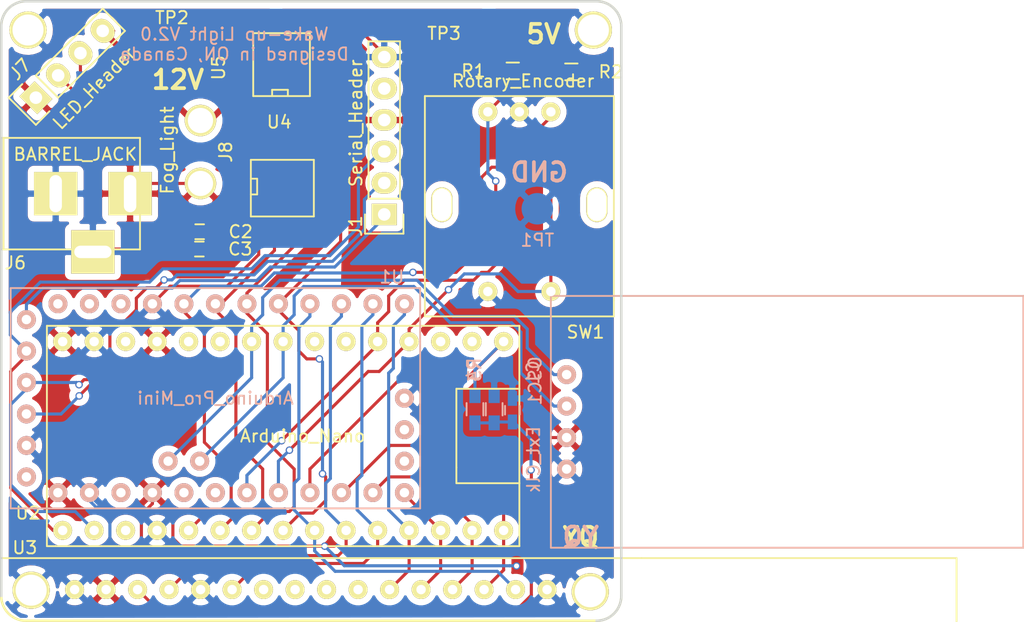
<source format=kicad_pcb>
(kicad_pcb (version 4) (host pcbnew 4.0.2-stable)
  (layers (0 F.Cu signal hide) (31 B.Cu signal) (34 B.Paste user hide) (35 F.Paste user hide) (36 B.SilkS user) (37 F.SilkS user) (38 B.Mask user hide) (39 F.Mask user hide) (44 Edge.Cuts user hide))
  (net 0 "")
  (net 1 "Net-(C1-Pad1)")
  (net 2 GND)
  (net 3 +12V)
  (net 4 "Net-(J1-Pad1)")
  (net 5 /RX)
  (net 6 /TX)
  (net 7 +5V)
  (net 8 "Net-(J1-Pad5)")
  (net 9 /SCL)
  (net 10 /SDA)
  (net 11 /A1)
  (net 12 /A0)
  (net 13 /D13)
  (net 14 /D2)
  (net 15 "Net-(U1-Pad2)")
  (net 16 "Net-(U1-Pad3)")
  (net 17 /D10)
  (net 18 /D11)
  (net 19 /D12)
  (net 20 "Net-(U1-Pad10)")
  (net 21 "Net-(U1-Pad11)")
  (net 22 "Net-(U1-Pad13)")
  (net 23 "Net-(U1-Pad24)")
  (net 24 /D3)
  (net 25 /D4)
  (net 26 /D5)
  (net 27 /D6)
  (net 28 /D7)
  (net 29 /D8)
  (net 30 /D9)
  (net 31 "Net-(U2-Pad3)")
  (net 32 "Net-(U2-Pad17)")
  (net 33 "Net-(U2-Pad18)")
  (net 34 "Net-(U2-Pad21)")
  (net 35 "Net-(U2-Pad22)")
  (net 36 "Net-(U2-Pad25)")
  (net 37 "Net-(U2-Pad26)")
  (net 38 "Net-(U2-Pad28)")
  (net 39 "Net-(U3-Pad7)")
  (net 40 "Net-(U3-Pad8)")
  (net 41 "Net-(U3-Pad9)")
  (net 42 "Net-(U3-Pad10)")
  (net 43 "Net-(J7-Pad2)")
  (net 44 "Net-(J7-Pad3)")
  (net 45 "Net-(U1-Pad22)")
  (net 46 "Net-(U1-Pad23)")
  (net 47 /FogLightReturn)
  (module "wakeuplight rev1:LCD_16x2" (layer F.Cu) (at 62.8142 133.5532)
    (fp_text reference U3 (at -4.0132 -36.3982) (layer F.SilkS))
    (fp_text value LCD16x2)
    (pad 1 thru_hole circle (at 0 -33.02) (size 1.524 1.524) (drill 0.762) (layers *.Cu *.Mask F.SilkS) (net 2 GND))
    (pad 2 thru_hole circle (at 2.54 -33.02) (size 1.524 1.524) (drill 0.762) (layers *.Cu *.Mask F.SilkS) (net 7 +5V))
    (pad 3 thru_hole circle (at 5.08 -33.02) (size 1.524 1.524) (drill 0.762) (layers *.Cu *.Mask F.SilkS) (net 1 "Net-(C1-Pad1)"))
    (pad 4 thru_hole circle (at 7.62 -33.02) (size 1.524 1.524) (drill 0.762) (layers *.Cu *.Mask F.SilkS) (net 28 /D7))
    (pad 5 thru_hole circle (at 10.16 -33.02) (size 1.524 1.524) (drill 0.762) (layers *.Cu *.Mask F.SilkS) (net 2 GND))
    (pad 6 thru_hole circle (at 12.7 -33.02) (size 1.524 1.524) (drill 0.762) (layers *.Cu *.Mask F.SilkS) (net 29 /D8))
    (pad 7 thru_hole circle (at 15.24 -33.02) (size 1.524 1.524) (drill 0.762) (layers *.Cu *.Mask F.SilkS) (net 39 "Net-(U3-Pad7)"))
    (pad 8 thru_hole circle (at 17.78 -33.02) (size 1.524 1.524) (drill 0.762) (layers *.Cu *.Mask F.SilkS) (net 40 "Net-(U3-Pad8)"))
    (pad 9 thru_hole circle (at 20.32 -33.02) (size 1.524 1.524) (drill 0.762) (layers *.Cu *.Mask F.SilkS) (net 41 "Net-(U3-Pad9)"))
    (pad 10 thru_hole circle (at 22.86 -33.02) (size 1.524 1.524) (drill 0.762) (layers *.Cu *.Mask F.SilkS) (net 42 "Net-(U3-Pad10)"))
    (pad 11 thru_hole circle (at 25.4 -33.02) (size 1.524 1.524) (drill 0.762) (layers *.Cu *.Mask F.SilkS) (net 30 /D9))
    (pad 12 thru_hole circle (at 27.94 -33.02) (size 1.524 1.524) (drill 0.762) (layers *.Cu *.Mask F.SilkS) (net 17 /D10))
    (pad 13 thru_hole circle (at 30.48 -33.02) (size 1.524 1.524) (drill 0.762) (layers *.Cu *.Mask F.SilkS) (net 18 /D11))
    (pad 14 thru_hole circle (at 33.02 -33.02) (size 1.524 1.524) (drill 0.762) (layers *.Cu *.Mask F.SilkS) (net 19 /D12))
    (pad 15 thru_hole circle (at 35.56 -33.02) (size 1.524 1.524) (drill 0.762) (layers *.Cu *.Mask F.SilkS) (net 27 /D6))
    (pad 16 thru_hole circle (at 38.1 -33.02) (size 1.524 1.524) (drill 0.762) (layers *.Cu *.Mask F.SilkS) (net 2 GND))
  )
  (module "wakeuplight rev1:Push_Button" (layer F.Cu) (at 98.679 61.976 180)
    (fp_text reference SW1 (at -5.334 -17.78 180) (layer F.SilkS))
    (fp_text value Rotary_Encoder (at -0.3048 2.4892 180) (layer F.SilkS))
    (pad 1 thru_hole circle (at -2.54 0 180) (size 1.524 1.524) (drill 0.762) (layers *.Cu *.Mask F.SilkS) (net 14 /D2))
    (pad 2 thru_hole circle (at 0 0 180) (size 1.524 1.524) (drill 0.762) (layers *.Cu *.Mask F.SilkS) (net 2 GND))
    (pad 3 thru_hole circle (at 2.54 0 180) (size 1.524 1.524) (drill 0.762) (layers *.Cu *.Mask F.SilkS) (net 11 /A1))
    (pad 4 thru_hole circle (at 2.54 -14.5 180) (size 1.524 1.524) (drill 0.762) (layers *.Cu *.Mask F.SilkS) (net 2 GND))
    (pad 5 thru_hole circle (at -2.54 -14.5 180) (size 1.524 1.524) (drill 0.762) (layers *.Cu *.Mask F.SilkS) (net 12 /A0))
    (pad 6 thru_hole oval (at 6.25 -7.5 180) (size 1.7 2.8) (drill oval 1.5 2.6) (layers *.Cu *.Mask F.SilkS))
    (pad 7 thru_hole oval (at -6.25 -7.5 180) (size 1.7 2.8) (drill oval 1.5 2.6) (layers *.Cu *.Mask F.SilkS))
  )
  (module Pin_Headers:Pin_Header_Straight_1x04 (layer F.Cu) (at 59.69 60.833 135)
    (fp_text reference J7 (at 2.514472 0.71842 225) (layer F.SilkS))
    (fp_text value LED_Header (at -2.783879 3.86151 225) (layer F.SilkS))
    (pad 1 thru_hole rect (at 0 0 135) (size 2.032 1.7272) (drill 1.016) (layers *.Cu *.Mask F.SilkS) (net 3 +12V))
    (pad 2 thru_hole oval (at 0 2.54 135) (size 2.032 1.7272) (drill 1.016) (layers *.Cu *.Mask F.SilkS) (net 43 "Net-(J7-Pad2)"))
    (pad 3 thru_hole oval (at 0 5.08 135) (size 2.032 1.7272) (drill 1.016) (layers *.Cu *.Mask F.SilkS) (net 44 "Net-(J7-Pad3)"))
    (pad 4 thru_hole oval (at 0 7.62 135) (size 2.032 1.7272) (drill 1.016) (layers *.Cu *.Mask F.SilkS) (net 47 /FogLightReturn))
  )
  (module "wakeuplight rev1:Arduino_Nano" (layer F.Cu) (at 80.899 86.868)
    (fp_text reference U2 (at -21.844 7.493) (layer F.SilkS))
    (fp_text value Arduino_Nano (at 0.3048 1.27) (layer F.SilkS))
    (pad 1 thru_hole circle (at -19.05 8.89) (size 1.524 1.524) (drill 0.762) (layers *.Cu *.Mask F.SilkS) (net 6 /TX))
    (pad 2 thru_hole circle (at -16.51 8.89) (size 1.524 1.524) (drill 0.762) (layers *.Cu *.Mask F.SilkS) (net 5 /RX))
    (pad 3 thru_hole circle (at -13.97 8.89) (size 1.524 1.524) (drill 0.762) (layers *.Cu *.Mask F.SilkS) (net 31 "Net-(U2-Pad3)"))
    (pad 4 thru_hole circle (at -11.43 8.89) (size 1.524 1.524) (drill 0.762) (layers *.Cu *.Mask F.SilkS) (net 2 GND))
    (pad 5 thru_hole circle (at -8.89 8.89) (size 1.524 1.524) (drill 0.762) (layers *.Cu *.Mask F.SilkS) (net 14 /D2))
    (pad 6 thru_hole circle (at -6.35 8.89) (size 1.524 1.524) (drill 0.762) (layers *.Cu *.Mask F.SilkS) (net 24 /D3))
    (pad 7 thru_hole circle (at -3.81 8.89) (size 1.524 1.524) (drill 0.762) (layers *.Cu *.Mask F.SilkS) (net 25 /D4))
    (pad 8 thru_hole circle (at -1.27 8.89) (size 1.524 1.524) (drill 0.762) (layers *.Cu *.Mask F.SilkS) (net 26 /D5))
    (pad 9 thru_hole circle (at 1.27 8.89) (size 1.524 1.524) (drill 0.762) (layers *.Cu *.Mask F.SilkS) (net 27 /D6))
    (pad 10 thru_hole circle (at 3.81 8.89) (size 1.524 1.524) (drill 0.762) (layers *.Cu *.Mask F.SilkS) (net 28 /D7))
    (pad 11 thru_hole circle (at 6.35 8.89) (size 1.524 1.524) (drill 0.762) (layers *.Cu *.Mask F.SilkS) (net 29 /D8))
    (pad 12 thru_hole circle (at 8.89 8.89) (size 1.524 1.524) (drill 0.762) (layers *.Cu *.Mask F.SilkS) (net 30 /D9))
    (pad 13 thru_hole circle (at 11.43 8.89) (size 1.524 1.524) (drill 0.762) (layers *.Cu *.Mask F.SilkS) (net 17 /D10))
    (pad 14 thru_hole circle (at 13.97 8.89) (size 1.524 1.524) (drill 0.762) (layers *.Cu *.Mask F.SilkS) (net 18 /D11))
    (pad 15 thru_hole circle (at 16.51 8.89) (size 1.524 1.524) (drill 0.762) (layers *.Cu *.Mask F.SilkS) (net 19 /D12))
    (pad 16 thru_hole circle (at 16.51 -6.35) (size 1.524 1.524) (drill 0.762) (layers *.Cu *.Mask F.SilkS) (net 13 /D13))
    (pad 17 thru_hole circle (at 13.97 -6.35) (size 1.524 1.524) (drill 0.762) (layers *.Cu *.Mask F.SilkS) (net 32 "Net-(U2-Pad17)"))
    (pad 18 thru_hole circle (at 11.43 -6.35) (size 1.524 1.524) (drill 0.762) (layers *.Cu *.Mask F.SilkS) (net 33 "Net-(U2-Pad18)"))
    (pad 19 thru_hole circle (at 8.89 -6.35) (size 1.524 1.524) (drill 0.762) (layers *.Cu *.Mask F.SilkS) (net 12 /A0))
    (pad 20 thru_hole circle (at 6.35 -6.35) (size 1.524 1.524) (drill 0.762) (layers *.Cu *.Mask F.SilkS) (net 11 /A1))
    (pad 21 thru_hole circle (at 3.81 -6.35) (size 1.524 1.524) (drill 0.762) (layers *.Cu *.Mask F.SilkS) (net 34 "Net-(U2-Pad21)"))
    (pad 22 thru_hole circle (at 1.27 -6.35) (size 1.524 1.524) (drill 0.762) (layers *.Cu *.Mask F.SilkS) (net 35 "Net-(U2-Pad22)"))
    (pad 23 thru_hole circle (at -1.27 -6.35) (size 1.524 1.524) (drill 0.762) (layers *.Cu *.Mask F.SilkS) (net 10 /SDA))
    (pad 24 thru_hole circle (at -3.81 -6.35) (size 1.524 1.524) (drill 0.762) (layers *.Cu *.Mask F.SilkS) (net 9 /SCL))
    (pad 25 thru_hole circle (at -6.35 -6.35) (size 1.524 1.524) (drill 0.762) (layers *.Cu *.Mask F.SilkS) (net 36 "Net-(U2-Pad25)"))
    (pad 26 thru_hole circle (at -8.89 -6.35) (size 1.524 1.524) (drill 0.762) (layers *.Cu *.Mask F.SilkS) (net 37 "Net-(U2-Pad26)"))
    (pad 27 thru_hole circle (at -11.43 -6.35) (size 1.524 1.524) (drill 0.762) (layers *.Cu *.Mask F.SilkS) (net 7 +5V))
    (pad 28 thru_hole circle (at -13.97 -6.35) (size 1.524 1.524) (drill 0.762) (layers *.Cu *.Mask F.SilkS) (net 38 "Net-(U2-Pad28)"))
    (pad 29 thru_hole circle (at -16.51 -6.35) (size 1.524 1.524) (drill 0.762) (layers *.Cu *.Mask F.SilkS) (net 2 GND))
    (pad 30 thru_hole circle (at -19.05 -6.35) (size 1.524 1.524) (drill 0.762) (layers *.Cu *.Mask F.SilkS) (net 3 +12V))
  )
  (module Pin_Headers:Pin_Header_Straight_1x06 (layer F.Cu) (at 87.7824 70.2564 180)
    (fp_text reference J1 (at 2.3114 -0.9398 270) (layer F.SilkS))
    (fp_text value Serial_Header (at 2.286 7.366 270) (layer F.SilkS))
    (pad 1 thru_hole rect (at 0 0 180) (size 2.032 1.7272) (drill 1.016) (layers *.Cu *.Mask F.SilkS) (net 4 "Net-(J1-Pad1)"))
    (pad 2 thru_hole oval (at 0 2.54 180) (size 2.032 1.7272) (drill 1.016) (layers *.Cu *.Mask F.SilkS) (net 5 /RX))
    (pad 3 thru_hole oval (at 0 5.08 180) (size 2.032 1.7272) (drill 1.016) (layers *.Cu *.Mask F.SilkS) (net 6 /TX))
    (pad 4 thru_hole oval (at 0 7.62 180) (size 2.032 1.7272) (drill 1.016) (layers *.Cu *.Mask F.SilkS) (net 7 +5V))
    (pad 5 thru_hole oval (at 0 10.16 180) (size 2.032 1.7272) (drill 1.016) (layers *.Cu *.Mask F.SilkS) (net 8 "Net-(J1-Pad5)"))
    (pad 6 thru_hole oval (at 0 12.7 180) (size 2.032 1.7272) (drill 1.016) (layers *.Cu *.Mask F.SilkS) (net 2 GND))
  )
  (module "wakeuplight rev1:External_Clock" (layer B.Cu) (at 102.489 83.185)
    (fp_text reference OSC1 (at -2.54 0.508 90) (layer B.SilkS) (effects (justify mirror)))
    (fp_text value Ext_Clk (at -2.667 6.858 90) (layer B.SilkS) (effects (justify mirror)))
    (pad 1 thru_hole circle (at 0 0) (size 1.524 1.524) (drill 0.762) (layers *.Cu *.Mask B.SilkS) (net 9 /SCL))
    (pad 2 thru_hole circle (at 0 2.54) (size 1.524 1.524) (drill 0.762) (layers *.Cu *.Mask B.SilkS) (net 10 /SDA))
    (pad 3 thru_hole circle (at 0 5.08) (size 1.524 1.524) (drill 0.762) (layers *.Cu *.Mask B.SilkS) (net 7 +5V))
    (pad 4 thru_hole circle (at 0 7.62) (size 1.524 1.524) (drill 0.762) (layers *.Cu *.Mask B.SilkS) (net 2 GND))
  )
  (module Resistors_SMD:R_0603_HandSoldering (layer F.Cu) (at 98.1456 58.674 180)
    (fp_text reference R1 (at 3.175 0 180) (layer F.SilkS))
    (fp_text value 10k hide)
    (pad 1 smd rect (at -1.1 0 180) (size 1.2 0.9) (layers F.Cu F.Paste F.Mask) (net 7 +5V))
    (pad 2 smd rect (at 1.1 0 180) (size 1.2 0.9) (layers F.Cu F.Paste F.Mask) (net 11 /A1))
  )
  (module Resistors_SMD:R_0603_HandSoldering (layer F.Cu) (at 102.87 58.7502)
    (fp_text reference R2 (at 3.175 0) (layer F.SilkS))
    (fp_text value 10k hide)
    (pad 1 smd rect (at -1.1 0) (size 1.2 0.9) (layers F.Cu F.Paste F.Mask) (net 7 +5V))
    (pad 2 smd rect (at 1.1 0) (size 1.2 0.9) (layers F.Cu F.Paste F.Mask) (net 12 /A0))
  )
  (module Resistors_SMD:R_0603_HandSoldering (layer B.Cu) (at 95.0976 85.979 90)
    (fp_text reference R3 (at 3.175 0 90) (layer B.SilkS) (effects (justify mirror)))
    (fp_text value 10k hide)
    (pad 1 smd rect (at -1.1 0 90) (size 1.2 0.9) (layers B.Cu B.Paste B.Mask) (net 1 "Net-(C1-Pad1)"))
    (pad 2 smd rect (at 1.1 0 90) (size 1.2 0.9) (layers B.Cu B.Paste B.Mask) (net 13 /D13))
  )
  (module SMD_Packages:SOIC-8-N (layer F.Cu) (at 79.5655 68.1355)
    (fp_text reference U4 (at -0.254 -5.334) (layer F.SilkS))
    (fp_text value CSD88539ND hide)
    (pad 8 smd rect (at -1.905 -3.175) (size 0.508 1.143) (layers F.Cu F.Paste F.Mask) (net 43 "Net-(J7-Pad2)"))
    (pad 7 smd rect (at -0.635 -3.175) (size 0.508 1.143) (layers F.Cu F.Paste F.Mask) (net 43 "Net-(J7-Pad2)"))
    (pad 6 smd rect (at 0.635 -3.175) (size 0.508 1.143) (layers F.Cu F.Paste F.Mask) (net 44 "Net-(J7-Pad3)"))
    (pad 5 smd rect (at 1.905 -3.175) (size 0.508 1.143) (layers F.Cu F.Paste F.Mask) (net 44 "Net-(J7-Pad3)"))
    (pad 4 smd rect (at 1.905 3.175) (size 0.508 1.143) (layers F.Cu F.Paste F.Mask) (net 25 /D4))
    (pad 3 smd rect (at 0.635 3.175) (size 0.508 1.143) (layers F.Cu F.Paste F.Mask) (net 2 GND))
    (pad 2 smd rect (at -0.635 3.175) (size 0.508 1.143) (layers F.Cu F.Paste F.Mask) (net 24 /D3))
    (pad 1 smd rect (at -1.905 3.175) (size 0.508 1.143) (layers F.Cu F.Paste F.Mask) (net 2 GND))
  )
  (module SMD_Packages:SOIC-8-N (layer F.Cu) (at 79.502 58.166 90)
    (fp_text reference U5 (at -0.254 -5.08 90) (layer F.SilkS))
    (fp_text value CSD88539ND hide)
    (pad 8 smd rect (at -1.905 -3.175 90) (size 0.508 1.143) (layers F.Cu F.Paste F.Mask) (net 47 /FogLightReturn))
    (pad 7 smd rect (at -0.635 -3.175 90) (size 0.508 1.143) (layers F.Cu F.Paste F.Mask) (net 47 /FogLightReturn))
    (pad 6 smd rect (at 0.635 -3.175 90) (size 0.508 1.143) (layers F.Cu F.Paste F.Mask) (net 47 /FogLightReturn))
    (pad 5 smd rect (at 1.905 -3.175 90) (size 0.508 1.143) (layers F.Cu F.Paste F.Mask) (net 47 /FogLightReturn))
    (pad 4 smd rect (at 1.905 3.175 90) (size 0.508 1.143) (layers F.Cu F.Paste F.Mask) (net 26 /D5))
    (pad 3 smd rect (at 0.635 3.175 90) (size 0.508 1.143) (layers F.Cu F.Paste F.Mask) (net 2 GND))
    (pad 2 smd rect (at -0.635 3.175 90) (size 0.508 1.143) (layers F.Cu F.Paste F.Mask) (net 26 /D5))
    (pad 1 smd rect (at -1.905 3.175 90) (size 0.508 1.143) (layers F.Cu F.Paste F.Mask) (net 2 GND))
  )
  (module "wakeuplight rev1:2.5mm_MH" (layer F.Cu) (at 59.309 100.584)
    (fp_text reference J4 hide)
    (fp_text value 1/8_MH hide)
    (pad 1 thru_hole circle (at 0 0) (size 3 3) (drill 2.5) (layers *.Cu *.Mask F.SilkS) (net 2 GND))
  )
  (module "wakeuplight rev1:2.5mm_MH" (layer F.Cu) (at 104.648 55.372)
    (fp_text reference J2 hide)
    (fp_text value 1/8_MH hide)
    (pad 1 thru_hole circle (at 0 0) (size 3 3) (drill 2.5) (layers *.Cu *.Mask F.SilkS) (net 2 GND))
  )
  (module "wakeuplight rev1:2.5mm_MH" (layer F.Cu) (at 59.055 55.372)
    (fp_text reference J3 hide)
    (fp_text value 1/8_MH hide)
    (pad 1 thru_hole circle (at 0 0) (size 3 3) (drill 2.5) (layers *.Cu *.Mask F.SilkS) (net 2 GND))
  )
  (module "wakeuplight rev1:2.5mm_MH" (layer F.Cu) (at 104.394 100.711)
    (fp_text reference J5 hide)
    (fp_text value 1/8_MH hide)
    (pad 1 thru_hole circle (at 0 0) (size 3 3) (drill 2.5) (layers *.Cu *.Mask F.SilkS) (net 2 GND))
  )
  (module "wakeuplight rev1:Arduino_Pro_Mini" (layer B.Cu) (at 76.708 83.82 180)
    (fp_text reference U1 (at -11.684 8.509 180) (layer B.SilkS) (effects (justify mirror)))
    (fp_text value Arduino_Pro_Mini (at 2.54 -1.27 180) (layer B.SilkS) (effects (justify mirror)))
    (pad 1 thru_hole circle (at -12.7 -1.27 180) (size 1.524 1.524) (drill 0.762) (layers *.Cu *.Mask B.SilkS) (net 2 GND))
    (pad 2 thru_hole circle (at -12.7 -3.81 180) (size 1.524 1.524) (drill 0.762) (layers *.Cu *.Mask B.SilkS) (net 15 "Net-(U1-Pad2)"))
    (pad 3 thru_hole circle (at -12.7 -6.35 180) (size 1.524 1.524) (drill 0.762) (layers *.Cu *.Mask B.SilkS) (net 16 "Net-(U1-Pad3)"))
    (pad 4 thru_hole circle (at -12.7 -8.89 180) (size 1.524 1.524) (drill 0.762) (layers *.Cu *.Mask B.SilkS) (net 17 /D10))
    (pad 5 thru_hole circle (at -10.16 -8.89 180) (size 1.524 1.524) (drill 0.762) (layers *.Cu *.Mask B.SilkS) (net 18 /D11))
    (pad 6 thru_hole circle (at -7.62 -8.89 180) (size 1.524 1.524) (drill 0.762) (layers *.Cu *.Mask B.SilkS) (net 19 /D12))
    (pad 7 thru_hole circle (at -5.08 -8.89 180) (size 1.524 1.524) (drill 0.762) (layers *.Cu *.Mask B.SilkS) (net 13 /D13))
    (pad 8 thru_hole circle (at -2.54 -8.89 180) (size 1.524 1.524) (drill 0.762) (layers *.Cu *.Mask B.SilkS) (net 12 /A0))
    (pad 9 thru_hole circle (at 0 -8.89 180) (size 1.524 1.524) (drill 0.762) (layers *.Cu *.Mask B.SilkS) (net 11 /A1))
    (pad 10 thru_hole circle (at 2.54 -8.89 180) (size 1.524 1.524) (drill 0.762) (layers *.Cu *.Mask B.SilkS) (net 20 "Net-(U1-Pad10)"))
    (pad 11 thru_hole circle (at 5.08 -8.89 180) (size 1.524 1.524) (drill 0.762) (layers *.Cu *.Mask B.SilkS) (net 21 "Net-(U1-Pad11)"))
    (pad 12 thru_hole circle (at 7.62 -8.89 180) (size 1.524 1.524) (drill 0.762) (layers *.Cu *.Mask B.SilkS) (net 7 +5V))
    (pad 13 thru_hole circle (at 10.16 -8.89 180) (size 1.524 1.524) (drill 0.762) (layers *.Cu *.Mask B.SilkS) (net 22 "Net-(U1-Pad13)"))
    (pad 14 thru_hole circle (at 12.7 -8.89 180) (size 1.524 1.524) (drill 0.762) (layers *.Cu *.Mask B.SilkS) (net 2 GND))
    (pad 15 thru_hole circle (at 15.24 -8.89 180) (size 1.524 1.524) (drill 0.762) (layers *.Cu *.Mask B.SilkS) (net 3 +12V))
    (pad 16 thru_hole circle (at 17.78 -7.62 180) (size 1.524 1.524) (drill 0.762) (layers *.Cu *.Mask B.SilkS))
    (pad 17 thru_hole circle (at 17.78 -5.08 180) (size 1.524 1.524) (drill 0.762) (layers *.Cu *.Mask B.SilkS) (net 2 GND))
    (pad 18 thru_hole circle (at 17.78 -2.54 180) (size 1.524 1.524) (drill 0.762) (layers *.Cu *.Mask B.SilkS) (net 7 +5V))
    (pad 19 thru_hole circle (at 17.78 0 180) (size 1.524 1.524) (drill 0.762) (layers *.Cu *.Mask B.SilkS) (net 5 /RX))
    (pad 20 thru_hole circle (at 17.78 2.54 180) (size 1.524 1.524) (drill 0.762) (layers *.Cu *.Mask B.SilkS) (net 6 /TX))
    (pad 21 thru_hole circle (at 17.78 5.08 180) (size 1.524 1.524) (drill 0.762) (layers *.Cu *.Mask B.SilkS) (net 4 "Net-(J1-Pad1)"))
    (pad 22 thru_hole circle (at 15.24 6.35 180) (size 1.524 1.524) (drill 0.762) (layers *.Cu *.Mask B.SilkS) (net 45 "Net-(U1-Pad22)"))
    (pad 23 thru_hole circle (at 12.7 6.35 180) (size 1.524 1.524) (drill 0.762) (layers *.Cu *.Mask B.SilkS) (net 46 "Net-(U1-Pad23)"))
    (pad 24 thru_hole circle (at 10.16 6.35 180) (size 1.524 1.524) (drill 0.762) (layers *.Cu *.Mask B.SilkS) (net 23 "Net-(U1-Pad24)"))
    (pad 25 thru_hole circle (at 7.62 6.35 180) (size 1.524 1.524) (drill 0.762) (layers *.Cu *.Mask B.SilkS) (net 2 GND))
    (pad 26 thru_hole circle (at 5.08 6.35 180) (size 1.524 1.524) (drill 0.762) (layers *.Cu *.Mask B.SilkS) (net 14 /D2))
    (pad 27 thru_hole circle (at 2.54 6.35 180) (size 1.524 1.524) (drill 0.762) (layers *.Cu *.Mask B.SilkS) (net 24 /D3))
    (pad 28 thru_hole circle (at 0 6.35 180) (size 1.524 1.524) (drill 0.762) (layers *.Cu *.Mask B.SilkS) (net 25 /D4))
    (pad 29 thru_hole circle (at -2.54 6.35 180) (size 1.524 1.524) (drill 0.762) (layers *.Cu *.Mask B.SilkS) (net 26 /D5))
    (pad 30 thru_hole circle (at -5.08 6.35 180) (size 1.524 1.524) (drill 0.762) (layers *.Cu *.Mask B.SilkS) (net 27 /D6))
    (pad 31 thru_hole circle (at -7.62 6.35 180) (size 1.524 1.524) (drill 0.762) (layers *.Cu *.Mask B.SilkS) (net 28 /D7))
    (pad 32 thru_hole circle (at -10.16 6.35 180) (size 1.524 1.524) (drill 0.762) (layers *.Cu *.Mask B.SilkS) (net 29 /D8))
    (pad 33 thru_hole circle (at -12.7 6.35 180) (size 1.524 1.524) (drill 0.762) (layers *.Cu *.Mask B.SilkS) (net 30 /D9))
    (pad 35 thru_hole circle (at 6.35 -6.35 180) (size 1.524 1.524) (drill 0.762) (layers *.Cu *.Mask B.SilkS) (net 9 /SCL))
    (pad 34 thru_hole circle (at 3.81 -6.35 180) (size 1.524 1.524) (drill 0.762) (layers *.Cu *.Mask B.SilkS) (net 10 /SDA))
  )
  (module Connect:BARREL_JACK (layer F.Cu) (at 61.087 68.58)
    (fp_text reference J6 (at -3.048 5.588 180) (layer F.SilkS))
    (fp_text value BARREL_JACK (at 1.778 -3.175 180) (layer F.SilkS))
    (pad 1 thru_hole rect (at 6.20014 0) (size 3.50012 3.50012) (drill oval 1.00076 2.99974) (layers *.Cu *.Mask F.SilkS) (net 3 +12V))
    (pad 2 thru_hole rect (at 0.20066 0) (size 3.50012 3.50012) (drill oval 1.00076 2.99974) (layers *.Cu *.Mask F.SilkS) (net 2 GND))
    (pad 3 thru_hole rect (at 3.2004 4.699) (size 3.50012 3.50012) (drill oval 2.99974 1.00076) (layers *.Cu *.Mask F.SilkS) (net 2 GND))
  )
  (module "wakeuplight rev1:Fog_Light" (layer F.Cu) (at 72.9615 67.7545 90)
    (fp_text reference J8 (at 2.54 2.032 90) (layer F.SilkS))
    (fp_text value Fog_Light (at 2.667 -2.667 90) (layer F.SilkS))
    (pad 1 thru_hole circle (at 0 0 90) (size 2.54 2.54) (drill 2.032) (layers *.Cu *.Mask F.SilkS) (net 3 +12V))
    (pad 2 thru_hole circle (at 5.08 0 90) (size 2.54 2.54) (drill 2.032) (layers *.Cu *.Mask F.SilkS) (net 47 /FogLightReturn))
  )
  (module Resistors_SMD:R_0603_HandSoldering (layer B.Cu) (at 96.647 85.979 270)
    (fp_text reference R4 (at -3.175 1.651 270) (layer B.SilkS) (effects (justify mirror)))
    (fp_text value 10k hide)
    (pad 1 smd rect (at -1.1 0 270) (size 1.2 0.9) (layers B.Cu B.Paste B.Mask) (net 2 GND))
    (pad 2 smd rect (at 1.1 0 270) (size 1.2 0.9) (layers B.Cu B.Paste B.Mask) (net 1 "Net-(C1-Pad1)"))
  )
  (module Capacitors_SMD:C_0603_HandSoldering (layer F.Cu) (at 72.8726 73.0504 180)
    (fp_text reference C3 (at -3.302 0 180) (layer F.SilkS))
    (fp_text value 2.2uF hide)
    (pad 1 smd rect (at -0.95 0 180) (size 1.2 0.75) (layers F.Cu F.Paste F.Mask) (net 3 +12V))
    (pad 2 smd rect (at 0.95 0 180) (size 1.2 0.75) (layers F.Cu F.Paste F.Mask) (net 2 GND))
  )
  (module Capacitors_SMD:C_0603_HandSoldering (layer B.Cu) (at 98.1202 86.0552 90)
    (fp_text reference C1 (at 3.048 1.651 90) (layer B.SilkS) (effects (justify mirror)))
    (fp_text value 2.2uF hide)
    (pad 1 smd rect (at -0.95 0 90) (size 1.2 0.75) (layers B.Cu B.Paste B.Mask) (net 1 "Net-(C1-Pad1)"))
    (pad 2 smd rect (at 0.95 0 90) (size 1.2 0.75) (layers B.Cu B.Paste B.Mask) (net 2 GND))
  )
  (module Capacitors_SMD:C_0603_HandSoldering (layer F.Cu) (at 72.898 71.6534 180)
    (fp_text reference C2 (at -3.302 0 180) (layer F.SilkS))
    (fp_text value 2.2uF hide)
    (pad 1 smd rect (at -0.95 0 180) (size 1.2 0.75) (layers F.Cu F.Paste F.Mask) (net 3 +12V))
    (pad 2 smd rect (at 0.95 0 180) (size 1.2 0.75) (layers F.Cu F.Paste F.Mask) (net 2 GND))
  )
  (module "wakeuplight rev1:Testpoint" (layer B.Cu) (at 100.1268 69.7992)
    (fp_text reference TP1 (at 0 2.54) (layer B.SilkS) (effects (justify mirror)))
    (fp_text value Testpoint hide)
    (pad 1 smd circle (at 0 0) (size 2.54 2.54) (layers B.Cu B.Paste B.Mask) (net 2 GND))
  )
  (module "wakeuplight rev1:Testpoint" (layer F.Cu) (at 70.6882 56.4896)
    (fp_text reference TP2 (at -0.0254 -2.1082) (layer F.SilkS))
    (fp_text value Testpoint hide)
    (pad 1 smd circle (at 0 0) (size 2.54 2.54) (layers F.Cu F.Paste F.Mask) (net 3 +12V))
  )
  (module "wakeuplight rev1:Testpoint" (layer F.Cu) (at 96.2152 55.6006)
    (fp_text reference TP3 (at -3.6068 0.0508) (layer F.SilkS))
    (fp_text value Testpoint hide)
    (pad 1 smd circle (at 0 0) (size 2.54 2.54) (layers F.Cu F.Paste F.Mask) (net 7 +5V))
  )
  (gr_text GND (at 100.2792 66.8528) (layer B.SilkS) (effects (font (size 1.5 1.5) (thickness 0.3)) (justify mirror)))
  (gr_text 5V (at 100.6348 55.7022) (layer F.SilkS) (effects (font (size 1.5 1.5) (thickness 0.3))))
  (gr_text 12V (at 71.1454 59.3852) (layer F.SilkS) (effects (font (size 1.5 1.5) (thickness 0.3))))
  (gr_arc (start 104.8968 55.0508) (end 104.8968 53.0508) (angle 90) (layer F.SilkS) (width 0.2))
  (gr_line (start 106.8968 55.0508) (end 106.8968 101.0508) (angle 90) (layer Edge.Cuts) (width 0.2))
  (gr_arc (start 104.8968 101.0508) (end 106.8968 101.0508) (angle 90) (layer F.SilkS) (width 0.2))
  (gr_line (start 104.8968 103.0508) (end 58.8968 103.0508) (angle 90) (layer F.SilkS) (width 0.2))
  (gr_line (start 56.8968 101.0508) (end 56.8968 55.0508) (angle 90) (layer F.SilkS) (width 0.2))
  (gr_arc (start 58.8968 55.0508) (end 56.8968 55.0508) (angle 90) (layer Edge.Cuts) (width 0.2))
  (gr_line (start 58.8968 53.0508) (end 104.8968 53.0508) (angle 90) (layer F.SilkS) (width 0.2))
  (gr_text YQ (at 103.632 96.266) (layer B.SilkS) (effects (font (size 1.5 1.5) (thickness 0.3)) (justify mirror)))
  (gr_text YQ (at 103.632 96.2914) (layer F.SilkS) (effects (font (size 1.5 1.5) (thickness 0.3))))
  (gr_text "Wake-up Light V2.0\nDesigned in ON, Canada" (at 75.692 56.515) (layer B.SilkS) (effects (font (size 1 1)) (justify mirror)))
  (gr_line (start 106.8968 55.0508) (end 106.8968 101.0508) (angle 90) (layer F.SilkS) (width 0.2))
  (gr_line (start 58.8968 53.0508) (end 104.8968 53.0508) (angle 90) (layer Edge.Cuts) (width 0.2))
  (gr_line (start 56.8968 101.0508) (end 56.8968 55.0508) (angle 90) (layer Edge.Cuts) (width 0.2))
  (gr_line (start 104.8968 103.0508) (end 58.8968 103.0508) (angle 90) (layer F.SilkS) (width 0.2))
  (gr_arc (start 104.8968 55.0508) (end 104.8968 53.0508) (angle 90) (layer Edge.Cuts) (width 0.2))
  (gr_arc (start 58.8968 55.0508) (end 56.8968 55.0508) (angle 90) (layer F.SilkS) (width 0.2))
  (gr_arc (start 58.8968 101.0508) (end 58.8968 103.0508) (angle 90) (layer F.SilkS) (width 0.2))
  (gr_arc (start 104.8968 101.0508) (end 106.8968 101.0508) (angle 90) (layer Edge.Cuts) (width 0.2))
  (segment (start 86.741 56.515) (end 86.614 56.515) (width 0.25) (layer B.Cu) (net 0))
  (segment (start 98.1202 87.0052) (end 98.2066 87.0052) (width 0.25) (layer B.Cu) (net 1))
  (segment (start 98.2066 87.0052) (end 99.6188 88.4174) (width 0.25) (layer B.Cu) (net 1))
  (segment (start 69.3166 101.9556) (end 67.8942 100.5332) (width 0.25) (layer F.Cu) (net 1))
  (segment (start 98.679 101.9556) (end 69.3166 101.9556) (width 0.25) (layer F.Cu) (net 1))
  (segment (start 99.6442 100.9904) (end 98.679 101.9556) (width 0.25) (layer F.Cu) (net 1))
  (segment (start 99.6442 90.9066) (end 99.6442 100.9904) (width 0.25) (layer F.Cu) (net 1))
  (segment (start 99.6188 90.8812) (end 99.6442 90.9066) (width 0.25) (layer F.Cu) (net 1))
  (via (at 99.6188 90.8812) (size 0.6) (drill 0.4) (layers F.Cu B.Cu) (net 1))
  (segment (start 99.6188 88.4174) (end 99.6188 90.8812) (width 0.25) (layer B.Cu) (net 1))
  (segment (start 95.0976 87.079) (end 96.647 87.079) (width 0.25) (layer B.Cu) (net 1))
  (segment (start 96.647 87.079) (end 96.7208 87.0052) (width 0.25) (layer B.Cu) (net 1))
  (segment (start 96.7208 87.0052) (end 98.1202 87.0052) (width 0.25) (layer B.Cu) (net 1))
  (segment (start 71.9226 73.0504) (end 64.516 73.0504) (width 0.25) (layer F.Cu) (net 2))
  (segment (start 64.516 73.0504) (end 64.2874 73.279) (width 0.25) (layer F.Cu) (net 2))
  (segment (start 71.948 71.6534) (end 71.948 73.025) (width 0.25) (layer F.Cu) (net 2))
  (segment (start 71.948 73.025) (end 71.9226 73.0504) (width 0.25) (layer F.Cu) (net 2))
  (segment (start 77.6605 71.3105) (end 77.6605 73.4949) (width 0.25) (layer F.Cu) (net 2))
  (segment (start 70.5104 76.0476) (end 69.088 77.47) (width 0.25) (layer F.Cu) (net 2))
  (segment (start 75.1078 76.0476) (end 70.5104 76.0476) (width 0.25) (layer F.Cu) (net 2))
  (segment (start 77.6605 73.4949) (end 75.1078 76.0476) (width 0.25) (layer F.Cu) (net 2))
  (segment (start 81.1149 57.6961) (end 81.1149 55.2577) (width 0.25) (layer F.Cu) (net 2))
  (segment (start 85.3186 54.8894) (end 87.7824 57.3532) (width 0.25) (layer F.Cu) (net 2))
  (segment (start 81.4832 54.8894) (end 85.3186 54.8894) (width 0.25) (layer F.Cu) (net 2))
  (segment (start 81.1149 55.2577) (end 81.4832 54.8894) (width 0.25) (layer F.Cu) (net 2))
  (segment (start 87.7824 57.3532) (end 87.7824 57.5564) (width 0.25) (layer F.Cu) (net 2))
  (segment (start 77.6605 71.3105) (end 77.6605 70.3707) (width 0.25) (layer F.Cu) (net 2))
  (segment (start 80.2005 70.5739) (end 80.2005 71.3105) (width 0.25) (layer F.Cu) (net 2))
  (segment (start 79.4258 69.7992) (end 80.2005 70.5739) (width 0.25) (layer F.Cu) (net 2))
  (segment (start 78.232 69.7992) (end 79.4258 69.7992) (width 0.25) (layer F.Cu) (net 2))
  (segment (start 77.6605 70.3707) (end 78.232 69.7992) (width 0.25) (layer F.Cu) (net 2))
  (segment (start 82.677 57.531) (end 81.28 57.531) (width 0.25) (layer F.Cu) (net 2))
  (segment (start 81.4324 60.071) (end 82.677 60.071) (width 0.25) (layer F.Cu) (net 2))
  (segment (start 81.026 59.6646) (end 81.4324 60.071) (width 0.25) (layer F.Cu) (net 2))
  (segment (start 81.026 57.785) (end 81.026 59.6646) (width 0.25) (layer F.Cu) (net 2))
  (segment (start 81.28 57.531) (end 81.1149 57.6961) (width 0.25) (layer F.Cu) (net 2))
  (segment (start 81.1149 57.6961) (end 81.026 57.785) (width 0.25) (layer F.Cu) (net 2))
  (segment (start 64.6049 72.9615) (end 64.2874 73.279) (width 0.25) (layer F.Cu) (net 2))
  (segment (start 89.408 85.09) (end 89.408 85.344) (width 0.25) (layer F.Cu) (net 2))
  (segment (start 64.008 92.71) (end 64.008 93.345) (width 0.25) (layer B.Cu) (net 2))
  (segment (start 64.008 93.345) (end 65.659 94.996) (width 0.25) (layer B.Cu) (net 2))
  (segment (start 65.659 94.996) (end 65.659 97.6884) (width 0.25) (layer B.Cu) (net 2))
  (segment (start 65.659 97.6884) (end 62.8142 100.5332) (width 0.25) (layer B.Cu) (net 2))
  (segment (start 73.848 71.6534) (end 73.848 73.025) (width 0.25) (layer F.Cu) (net 3))
  (segment (start 73.848 73.025) (end 73.8226 73.0504) (width 0.25) (layer F.Cu) (net 3))
  (segment (start 72.964 67.757) (end 72.9615 67.7545) (width 0.25) (layer F.Cu) (net 3))
  (segment (start 72.9615 67.7545) (end 68.11264 67.7545) (width 0.25) (layer F.Cu) (net 3))
  (segment (start 68.11264 67.7545) (end 67.28714 68.58) (width 0.25) (layer F.Cu) (net 3))
  (segment (start 87.7824 70.2564) (end 87.7824 70.5104) (width 0.25) (layer B.Cu) (net 4))
  (segment (start 87.7824 70.5104) (end 83.7946 74.4982) (width 0.25) (layer B.Cu) (net 4))
  (segment (start 83.7946 74.4982) (end 78.594798 74.4982) (width 0.25) (layer B.Cu) (net 4))
  (segment (start 78.594798 74.4982) (end 77.502598 75.5904) (width 0.25) (layer B.Cu) (net 4))
  (segment (start 77.502598 75.5904) (end 71.2978 75.5904) (width 0.25) (layer B.Cu) (net 4))
  (segment (start 71.2978 75.5904) (end 70.6882 76.2) (width 0.25) (layer B.Cu) (net 4))
  (segment (start 70.6882 76.2) (end 60.2488 76.2) (width 0.25) (layer B.Cu) (net 4))
  (segment (start 60.2488 76.2) (end 58.928 77.5208) (width 0.25) (layer B.Cu) (net 4))
  (segment (start 58.928 77.5208) (end 58.928 78.74) (width 0.25) (layer B.Cu) (net 4))
  (segment (start 87.7824 67.7164) (end 87.503 67.7164) (width 0.25) (layer B.Cu) (net 5))
  (segment (start 87.503 67.7164) (end 86.1822 69.0372) (width 0.25) (layer B.Cu) (net 5))
  (segment (start 86.1822 69.0372) (end 86.1822 71.474202) (width 0.25) (layer B.Cu) (net 5))
  (segment (start 86.1822 71.474202) (end 83.615402 74.041) (width 0.25) (layer B.Cu) (net 5))
  (segment (start 83.615402 74.041) (end 78.3844 74.041) (width 0.25) (layer B.Cu) (net 5))
  (segment (start 78.3844 74.041) (end 77.2922 75.1332) (width 0.25) (layer B.Cu) (net 5))
  (segment (start 77.2922 75.1332) (end 71.0692 75.1332) (width 0.25) (layer B.Cu) (net 5))
  (segment (start 71.0692 75.1332) (end 70.6628 75.5396) (width 0.25) (layer B.Cu) (net 5))
  (segment (start 70.6628 75.5396) (end 70.0278 75.5396) (width 0.25) (layer B.Cu) (net 5))
  (via (at 70.0278 75.5396) (size 0.6) (drill 0.4) (layers F.Cu B.Cu) (net 5))
  (segment (start 70.0278 75.5396) (end 69.3928 76.1746) (width 0.25) (layer F.Cu) (net 5))
  (segment (start 69.3928 76.1746) (end 68.6308 76.1746) (width 0.25) (layer F.Cu) (net 5))
  (segment (start 68.6308 76.1746) (end 67.7926 77.0128) (width 0.25) (layer F.Cu) (net 5))
  (segment (start 67.7926 77.0128) (end 67.7926 77.9526) (width 0.25) (layer F.Cu) (net 5))
  (segment (start 67.7926 77.9526) (end 66.8782 78.867) (width 0.25) (layer F.Cu) (net 5))
  (segment (start 66.8782 78.867) (end 66.294 78.867) (width 0.25) (layer F.Cu) (net 5))
  (segment (start 66.294 78.867) (end 65.659 79.502) (width 0.25) (layer F.Cu) (net 5))
  (segment (start 65.659 79.502) (end 65.659 82.8548) (width 0.25) (layer F.Cu) (net 5))
  (segment (start 65.659 82.8548) (end 64.9224 83.5914) (width 0.25) (layer F.Cu) (net 5))
  (segment (start 64.9224 83.5914) (end 63.5762 83.5914) (width 0.25) (layer F.Cu) (net 5))
  (segment (start 63.5762 83.5914) (end 63.1698 83.9978) (width 0.25) (layer F.Cu) (net 5))
  (via (at 63.1698 83.9978) (size 0.6) (drill 0.4) (layers F.Cu B.Cu) (net 5))
  (segment (start 63.1698 83.9978) (end 62.992 83.82) (width 0.25) (layer B.Cu) (net 5))
  (segment (start 62.992 83.82) (end 58.928 83.82) (width 0.25) (layer B.Cu) (net 5))
  (segment (start 58.928 83.82) (end 58.928 84.328) (width 0.25) (layer B.Cu) (net 5))
  (segment (start 58.928 84.328) (end 57.658 85.598) (width 0.25) (layer B.Cu) (net 5))
  (segment (start 57.658 85.598) (end 57.658 92.075) (width 0.25) (layer B.Cu) (net 5))
  (segment (start 57.658 92.075) (end 59.817 94.234) (width 0.25) (layer B.Cu) (net 5))
  (segment (start 59.817 94.234) (end 62.865 94.234) (width 0.25) (layer B.Cu) (net 5))
  (segment (start 62.865 94.234) (end 64.389 95.758) (width 0.25) (layer B.Cu) (net 5))
  (segment (start 87.7824 65.1764) (end 87.5284 65.1764) (width 0.25) (layer B.Cu) (net 6))
  (segment (start 87.5284 65.1764) (end 85.6996 67.0052) (width 0.25) (layer B.Cu) (net 6))
  (segment (start 85.6996 67.0052) (end 85.6996 71.279598) (width 0.25) (layer B.Cu) (net 6))
  (segment (start 85.6996 71.279598) (end 83.395398 73.5838) (width 0.25) (layer B.Cu) (net 6))
  (segment (start 83.395398 73.5838) (end 78.1558 73.5838) (width 0.25) (layer B.Cu) (net 6))
  (segment (start 78.1558 73.5838) (end 77.089 74.6506) (width 0.25) (layer B.Cu) (net 6))
  (segment (start 77.089 74.6506) (end 69.9262 74.6506) (width 0.25) (layer B.Cu) (net 6))
  (segment (start 69.9262 74.6506) (end 68.8594 75.7174) (width 0.25) (layer B.Cu) (net 6))
  (segment (start 68.8594 75.7174) (end 60.0456 75.7174) (width 0.25) (layer B.Cu) (net 6))
  (segment (start 60.0456 75.7174) (end 57.6326 78.1304) (width 0.25) (layer B.Cu) (net 6))
  (segment (start 57.6326 78.1304) (end 57.6326 79.9846) (width 0.25) (layer B.Cu) (net 6))
  (segment (start 57.6326 79.9846) (end 58.928 81.28) (width 0.25) (layer B.Cu) (net 6))
  (segment (start 59.055 81.28) (end 58.928 81.28) (width 0.25) (layer B.Cu) (net 6))
  (segment (start 58.928 81.28) (end 58.928 81.661) (width 0.25) (layer F.Cu) (net 6))
  (segment (start 58.928 81.661) (end 57.658 82.931) (width 0.25) (layer F.Cu) (net 6))
  (segment (start 57.658 82.931) (end 57.658 92.329) (width 0.25) (layer F.Cu) (net 6))
  (segment (start 57.658 92.329) (end 61.087 95.758) (width 0.25) (layer F.Cu) (net 6))
  (segment (start 61.087 95.758) (end 61.849 95.758) (width 0.25) (layer F.Cu) (net 6))
  (segment (start 98.4504 98.6282) (end 98.7806 98.6282) (width 0.25) (layer F.Cu) (net 7))
  (segment (start 98.432198 98.609998) (end 98.4504 98.6282) (width 0.25) (layer B.Cu) (net 7))
  (via (at 98.4504 98.6282) (size 0.6) (drill 0.4) (layers F.Cu B.Cu) (net 7))
  (segment (start 71.755 97.028) (end 82.9818 97.028) (width 0.25) (layer F.Cu) (net 7))
  (segment (start 71.755 97.028) (end 71.374 97.028) (width 0.25) (layer F.Cu) (net 7))
  (segment (start 71.374 97.028) (end 70.739 96.393) (width 0.25) (layer F.Cu) (net 7))
  (segment (start 70.739 96.393) (end 70.739 94.361) (width 0.25) (layer F.Cu) (net 7))
  (segment (start 69.088 92.71) (end 70.739 94.361) (width 0.25) (layer F.Cu) (net 7))
  (segment (start 84.563798 98.609998) (end 97.909802 98.609998) (width 0.25) (layer B.Cu) (net 7))
  (segment (start 82.9818 97.028) (end 84.563798 98.609998) (width 0.25) (layer B.Cu) (net 7))
  (via (at 82.9818 97.028) (size 0.6) (drill 0.4) (layers F.Cu B.Cu) (net 7))
  (segment (start 97.909802 98.609998) (end 98.432198 98.609998) (width 0.25) (layer B.Cu) (net 7))
  (segment (start 100.9396 88.265) (end 102.489 88.265) (width 0.25) (layer F.Cu) (net 7))
  (segment (start 98.806 90.3986) (end 100.9396 88.265) (width 0.25) (layer F.Cu) (net 7))
  (segment (start 98.806 98.6028) (end 98.806 90.3986) (width 0.25) (layer F.Cu) (net 7))
  (segment (start 98.7806 98.6282) (end 98.806 98.6028) (width 0.25) (layer F.Cu) (net 7))
  (segment (start 68.199 94.488) (end 68.199 97.6884) (width 0.25) (layer F.Cu) (net 7))
  (segment (start 58.928 86.36) (end 61.722 86.36) (width 0.25) (layer B.Cu) (net 7))
  (segment (start 65.913 84.074) (end 69.469 80.518) (width 0.25) (layer F.Cu) (net 7))
  (segment (start 64.008 84.074) (end 65.913 84.074) (width 0.25) (layer F.Cu) (net 7))
  (segment (start 63.1825 84.8995) (end 64.008 84.074) (width 0.25) (layer F.Cu) (net 7))
  (via (at 63.1825 84.8995) (size 0.6) (drill 0.4) (layers F.Cu B.Cu) (net 7))
  (segment (start 61.722 86.36) (end 63.1825 84.8995) (width 0.25) (layer B.Cu) (net 7))
  (segment (start 69.469 80.518) (end 69.469 80.645) (width 0.25) (layer F.Cu) (net 7))
  (segment (start 69.088 92.71) (end 69.088 93.599) (width 0.25) (layer F.Cu) (net 7))
  (segment (start 69.088 93.599) (end 68.199 94.488) (width 0.25) (layer F.Cu) (net 7))
  (segment (start 68.199 97.6884) (end 65.3542 100.5332) (width 0.25) (layer F.Cu) (net 7))
  (segment (start 102.489 83.185) (end 101.473 83.185) (width 0.25) (layer B.Cu) (net 9))
  (segment (start 77.089 79.248) (end 77.978 78.359) (width 0.25) (layer B.Cu) (net 9))
  (segment (start 77.978 78.359) (end 77.978 76.962) (width 0.25) (layer B.Cu) (net 9))
  (segment (start 77.978 76.962) (end 79.375 75.565) (width 0.25) (layer B.Cu) (net 9))
  (segment (start 79.375 75.565) (end 90.424 75.565) (width 0.25) (layer B.Cu) (net 9))
  (segment (start 90.424 75.565) (end 93.345 78.486) (width 0.25) (layer B.Cu) (net 9))
  (segment (start 93.345 78.486) (end 98.298 78.486) (width 0.25) (layer B.Cu) (net 9))
  (segment (start 98.298 78.486) (end 99.314 79.502) (width 0.25) (layer B.Cu) (net 9))
  (segment (start 99.314 79.502) (end 99.314 81.026) (width 0.25) (layer B.Cu) (net 9))
  (segment (start 99.314 81.026) (end 101.473 83.185) (width 0.25) (layer B.Cu) (net 9))
  (segment (start 77.089 79.248) (end 77.089 80.518) (width 0.25) (layer B.Cu) (net 9))
  (segment (start 77.089 80.518) (end 77.089 83.439) (width 0.25) (layer B.Cu) (net 9))
  (segment (start 77.089 83.439) (end 70.358 90.17) (width 0.25) (layer B.Cu) (net 9))
  (segment (start 102.489 85.725) (end 101.473 85.725) (width 0.25) (layer B.Cu) (net 10))
  (segment (start 79.629 79.248) (end 80.518 78.359) (width 0.25) (layer B.Cu) (net 10))
  (segment (start 80.518 78.359) (end 80.518 76.835) (width 0.25) (layer B.Cu) (net 10))
  (segment (start 80.518 76.835) (end 81.28 76.073) (width 0.25) (layer B.Cu) (net 10))
  (segment (start 81.28 76.073) (end 90.17 76.073) (width 0.25) (layer B.Cu) (net 10))
  (segment (start 90.17 76.073) (end 93.091 78.994) (width 0.25) (layer B.Cu) (net 10))
  (segment (start 93.091 78.994) (end 98.044 78.994) (width 0.25) (layer B.Cu) (net 10))
  (segment (start 98.044 78.994) (end 98.806 79.756) (width 0.25) (layer B.Cu) (net 10))
  (segment (start 98.806 79.756) (end 98.806 83.058) (width 0.25) (layer B.Cu) (net 10))
  (segment (start 98.806 83.058) (end 101.473 85.725) (width 0.25) (layer B.Cu) (net 10))
  (segment (start 79.629 79.248) (end 79.629 80.518) (width 0.25) (layer B.Cu) (net 10))
  (segment (start 79.629 80.518) (end 79.629 83.439) (width 0.25) (layer B.Cu) (net 10))
  (segment (start 79.629 83.439) (end 72.898 90.17) (width 0.25) (layer B.Cu) (net 10))
  (segment (start 97.0456 58.674) (end 97.0456 61.0694) (width 0.25) (layer F.Cu) (net 11))
  (segment (start 97.0456 61.0694) (end 96.139 61.976) (width 0.25) (layer F.Cu) (net 11))
  (segment (start 87.249 80.518) (end 87.249 78.994) (width 0.25) (layer F.Cu) (net 11))
  (segment (start 96.139 66.929) (end 96.139 61.976) (width 0.25) (layer B.Cu) (net 11))
  (segment (start 96.774 67.564) (end 96.139 66.929) (width 0.25) (layer B.Cu) (net 11))
  (via (at 96.774 67.564) (size 0.6) (drill 0.4) (layers F.Cu B.Cu) (net 11))
  (segment (start 96.774 74.295) (end 96.774 67.564) (width 0.25) (layer F.Cu) (net 11))
  (segment (start 96.139 74.93) (end 96.774 74.295) (width 0.25) (layer F.Cu) (net 11))
  (segment (start 95.631 74.93) (end 96.139 74.93) (width 0.25) (layer F.Cu) (net 11))
  (segment (start 94.996 75.565) (end 95.631 74.93) (width 0.25) (layer F.Cu) (net 11))
  (segment (start 89.408 75.565) (end 94.996 75.565) (width 0.25) (layer F.Cu) (net 11))
  (segment (start 88.138 76.835) (end 89.408 75.565) (width 0.25) (layer F.Cu) (net 11))
  (segment (start 88.138 78.105) (end 88.138 76.835) (width 0.25) (layer F.Cu) (net 11))
  (segment (start 87.249 78.994) (end 88.138 78.105) (width 0.25) (layer F.Cu) (net 11))
  (segment (start 76.708 92.71) (end 76.708 91.313) (width 0.25) (layer B.Cu) (net 11))
  (segment (start 79.502 88.519) (end 87.249 80.772) (width 0.25) (layer F.Cu) (net 11))
  (via (at 79.502 88.519) (size 0.6) (drill 0.4) (layers F.Cu B.Cu) (net 11))
  (segment (start 76.708 91.313) (end 79.502 88.519) (width 0.25) (layer B.Cu) (net 11))
  (segment (start 87.249 80.772) (end 87.249 80.518) (width 0.25) (layer F.Cu) (net 11))
  (segment (start 103.97 58.7502) (end 103.97 64.051) (width 0.25) (layer F.Cu) (net 12))
  (segment (start 101.219 66.802) (end 101.219 76.476) (width 0.25) (layer F.Cu) (net 12))
  (segment (start 103.97 64.051) (end 101.219 66.802) (width 0.25) (layer F.Cu) (net 12))
  (segment (start 101.4095 76.2855) (end 101.219 76.476) (width 0.25) (layer B.Cu) (net 12))
  (segment (start 79.248 92.71) (end 79.248 90.17) (width 0.25) (layer B.Cu) (net 12))
  (segment (start 87.376 82.931) (end 89.789 80.518) (width 0.25) (layer F.Cu) (net 12))
  (segment (start 86.487 82.931) (end 87.376 82.931) (width 0.25) (layer F.Cu) (net 12))
  (segment (start 80.137 89.281) (end 86.487 82.931) (width 0.25) (layer F.Cu) (net 12))
  (via (at 80.137 89.281) (size 0.6) (drill 0.4) (layers F.Cu B.Cu) (net 12))
  (segment (start 79.248 90.17) (end 80.137 89.281) (width 0.25) (layer B.Cu) (net 12))
  (segment (start 101.219 76.476) (end 98.574 76.476) (width 0.25) (layer B.Cu) (net 12))
  (segment (start 89.789 79.502) (end 89.789 80.518) (width 0.25) (layer F.Cu) (net 12))
  (segment (start 92.964 76.327) (end 89.789 79.502) (width 0.25) (layer F.Cu) (net 12))
  (via (at 92.964 76.327) (size 0.6) (drill 0.4) (layers F.Cu B.Cu) (net 12))
  (segment (start 94.234 75.057) (end 92.964 76.327) (width 0.25) (layer B.Cu) (net 12))
  (segment (start 97.155 75.057) (end 94.234 75.057) (width 0.25) (layer B.Cu) (net 12))
  (segment (start 98.574 76.476) (end 97.155 75.057) (width 0.25) (layer B.Cu) (net 12))
  (segment (start 101.6 76.095) (end 101.219 76.476) (width 0.25) (layer B.Cu) (net 12))
  (segment (start 97.409 80.518) (end 97.3836 80.518) (width 0.25) (layer B.Cu) (net 13))
  (segment (start 97.3836 80.518) (end 95.0976 82.804) (width 0.25) (layer B.Cu) (net 13))
  (segment (start 95.0976 82.804) (end 95.0976 84.879) (width 0.25) (layer B.Cu) (net 13))
  (segment (start 81.788 92.71) (end 81.788 90.805) (width 0.25) (layer F.Cu) (net 13))
  (segment (start 94.234 83.693) (end 97.409 80.518) (width 0.25) (layer F.Cu) (net 13))
  (segment (start 88.9 83.693) (end 94.234 83.693) (width 0.25) (layer F.Cu) (net 13))
  (segment (start 81.788 90.805) (end 88.9 83.693) (width 0.25) (layer F.Cu) (net 13))
  (segment (start 97.409 80.264) (end 97.409 80.518) (width 0.25) (layer F.Cu) (net 13))
  (segment (start 101.219 61.976) (end 101.219 62.3824) (width 0.25) (layer F.Cu) (net 14))
  (segment (start 101.219 62.3824) (end 97.155 66.4464) (width 0.25) (layer F.Cu) (net 14))
  (segment (start 97.155 66.4464) (end 96.4438 66.4464) (width 0.25) (layer F.Cu) (net 14))
  (segment (start 96.4438 66.4464) (end 95.631 67.2592) (width 0.25) (layer F.Cu) (net 14))
  (segment (start 95.631 67.2592) (end 95.631 72.8726) (width 0.25) (layer F.Cu) (net 14))
  (segment (start 95.631 72.8726) (end 93.5736 74.93) (width 0.25) (layer F.Cu) (net 14))
  (segment (start 93.5736 74.93) (end 90.0938 74.93) (width 0.25) (layer F.Cu) (net 14))
  (via (at 90.0938 74.93) (size 0.6) (drill 0.4) (layers F.Cu B.Cu) (net 14))
  (segment (start 90.0938 74.93) (end 90.043 74.9808) (width 0.25) (layer B.Cu) (net 14))
  (segment (start 90.043 74.9808) (end 78.9178 74.9808) (width 0.25) (layer B.Cu) (net 14))
  (segment (start 78.9178 74.9808) (end 77.851 76.0476) (width 0.25) (layer B.Cu) (net 14))
  (segment (start 77.851 76.0476) (end 73.0504 76.0476) (width 0.25) (layer B.Cu) (net 14))
  (segment (start 73.0504 76.0476) (end 71.628 77.47) (width 0.25) (layer B.Cu) (net 14))
  (segment (start 71.628 77.47) (end 71.628 78.105) (width 0.25) (layer F.Cu) (net 14))
  (segment (start 71.628 78.105) (end 73.279 79.756) (width 0.25) (layer F.Cu) (net 14))
  (segment (start 73.279 79.756) (end 73.279 88.646) (width 0.25) (layer F.Cu) (net 14))
  (segment (start 73.279 88.646) (end 75.438 90.805) (width 0.25) (layer F.Cu) (net 14))
  (segment (start 75.438 90.805) (end 75.438 93.472) (width 0.25) (layer F.Cu) (net 14))
  (segment (start 75.438 93.472) (end 74.549 94.361) (width 0.25) (layer F.Cu) (net 14))
  (segment (start 74.549 94.361) (end 73.406 94.361) (width 0.25) (layer F.Cu) (net 14))
  (segment (start 73.406 94.361) (end 72.009 95.758) (width 0.25) (layer F.Cu) (net 14))
  (segment (start 92.329 95.758) (end 92.329 98.9584) (width 0.25) (layer F.Cu) (net 17))
  (segment (start 92.329 98.9584) (end 90.7542 100.5332) (width 0.25) (layer F.Cu) (net 17))
  (segment (start 89.408 92.71) (end 89.408 92.837) (width 0.25) (layer F.Cu) (net 17))
  (segment (start 89.408 92.837) (end 92.329 95.758) (width 0.25) (layer F.Cu) (net 17))
  (segment (start 94.869 95.758) (end 94.869 98.9584) (width 0.25) (layer F.Cu) (net 18))
  (segment (start 94.869 98.9584) (end 93.2942 100.5332) (width 0.25) (layer F.Cu) (net 18))
  (segment (start 86.868 92.71) (end 88.138 91.44) (width 0.25) (layer F.Cu) (net 18))
  (segment (start 91.059 91.44) (end 94.869 95.25) (width 0.25) (layer F.Cu) (net 18))
  (segment (start 88.138 91.44) (end 91.059 91.44) (width 0.25) (layer F.Cu) (net 18))
  (segment (start 94.869 95.25) (end 94.869 95.758) (width 0.25) (layer F.Cu) (net 18))
  (segment (start 97.409 95.758) (end 97.409 98.9584) (width 0.25) (layer F.Cu) (net 19))
  (segment (start 97.409 98.9584) (end 95.8342 100.5332) (width 0.25) (layer F.Cu) (net 19))
  (segment (start 84.328 92.71) (end 84.455 92.71) (width 0.25) (layer F.Cu) (net 19))
  (segment (start 84.455 92.71) (end 88.265 88.9) (width 0.25) (layer F.Cu) (net 19))
  (segment (start 88.265 88.9) (end 92.202 88.9) (width 0.25) (layer F.Cu) (net 19))
  (segment (start 92.202 88.9) (end 97.409 94.107) (width 0.25) (layer F.Cu) (net 19))
  (segment (start 97.409 94.107) (end 97.409 95.758) (width 0.25) (layer F.Cu) (net 19))
  (segment (start 74.168 77.47) (end 74.6252 77.47) (width 0.25) (layer F.Cu) (net 24))
  (segment (start 74.6252 77.47) (end 78.9305 73.1647) (width 0.25) (layer F.Cu) (net 24))
  (segment (start 78.9305 73.1647) (end 78.9305 71.3105) (width 0.25) (layer F.Cu) (net 24))
  (segment (start 74.168 77.47) (end 74.168 77.089) (width 0.25) (layer B.Cu) (net 24))
  (segment (start 74.168 77.47) (end 74.168 77.978) (width 0.25) (layer F.Cu) (net 24))
  (segment (start 74.168 77.978) (end 75.819 79.629) (width 0.25) (layer F.Cu) (net 24))
  (segment (start 76.073 94.234) (end 74.549 95.758) (width 0.25) (layer F.Cu) (net 24))
  (segment (start 77.47 94.234) (end 76.073 94.234) (width 0.25) (layer F.Cu) (net 24))
  (segment (start 77.978 93.726) (end 77.47 94.234) (width 0.25) (layer F.Cu) (net 24))
  (segment (start 77.978 90.805) (end 77.978 93.726) (width 0.25) (layer F.Cu) (net 24))
  (segment (start 75.819 88.646) (end 77.978 90.805) (width 0.25) (layer F.Cu) (net 24))
  (segment (start 75.819 79.629) (end 75.819 88.646) (width 0.25) (layer F.Cu) (net 24))
  (segment (start 74.168 77.47) (end 74.168 77.724) (width 0.25) (layer F.Cu) (net 24))
  (segment (start 81.4705 71.3105) (end 81.4705 71.8439) (width 0.25) (layer F.Cu) (net 25))
  (segment (start 81.4705 71.8439) (end 76.708 76.6064) (width 0.25) (layer F.Cu) (net 25))
  (segment (start 76.708 76.6064) (end 76.708 77.47) (width 0.25) (layer F.Cu) (net 25))
  (segment (start 76.708 77.089) (end 76.708 77.47) (width 0.25) (layer B.Cu) (net 25))
  (segment (start 76.708 77.47) (end 76.708 78.232) (width 0.25) (layer F.Cu) (net 25))
  (segment (start 76.708 78.232) (end 78.359 79.883) (width 0.25) (layer F.Cu) (net 25))
  (segment (start 78.359 79.883) (end 78.359 88.646) (width 0.25) (layer F.Cu) (net 25))
  (segment (start 78.359 88.646) (end 80.518 90.805) (width 0.25) (layer F.Cu) (net 25))
  (segment (start 80.518 90.805) (end 80.518 93.853) (width 0.25) (layer F.Cu) (net 25))
  (segment (start 80.518 93.853) (end 80.137 94.234) (width 0.25) (layer F.Cu) (net 25))
  (segment (start 80.137 94.234) (end 78.613 94.234) (width 0.25) (layer F.Cu) (net 25))
  (segment (start 78.613 94.234) (end 77.089 95.758) (width 0.25) (layer F.Cu) (net 25))
  (segment (start 82.677 56.261) (end 83.693 56.261) (width 0.25) (layer F.Cu) (net 26))
  (segment (start 84.2645 56.8325) (end 84.2645 59.436) (width 0.25) (layer F.Cu) (net 26))
  (segment (start 83.693 56.261) (end 84.2645 56.8325) (width 0.25) (layer F.Cu) (net 26))
  (segment (start 82.677 58.801) (end 83.7565 58.801) (width 0.25) (layer F.Cu) (net 26))
  (segment (start 84.2645 72.4535) (end 79.248 77.47) (width 0.25) (layer F.Cu) (net 26))
  (segment (start 84.2645 59.309) (end 84.2645 59.436) (width 0.25) (layer F.Cu) (net 26))
  (segment (start 84.2645 59.436) (end 84.2645 72.4535) (width 0.25) (layer F.Cu) (net 26))
  (segment (start 83.7565 58.801) (end 84.2645 59.309) (width 0.25) (layer F.Cu) (net 26))
  (segment (start 79.629 77.47) (end 79.248 77.47) (width 0.25) (layer F.Cu) (net 26))
  (segment (start 79.248 76.962) (end 79.248 77.47) (width 0.25) (layer F.Cu) (net 26))
  (segment (start 79.248 77.47) (end 79.248 77.978) (width 0.25) (layer F.Cu) (net 26))
  (segment (start 79.248 77.978) (end 80.899 79.629) (width 0.25) (layer F.Cu) (net 26))
  (segment (start 80.899 79.629) (end 80.899 81.28) (width 0.25) (layer F.Cu) (net 26))
  (segment (start 79.248 77.47) (end 79.248 78.105) (width 0.25) (layer F.Cu) (net 26))
  (segment (start 81.026 94.361) (end 79.629 95.758) (width 0.25) (layer F.Cu) (net 26))
  (segment (start 82.042 94.361) (end 81.026 94.361) (width 0.25) (layer F.Cu) (net 26))
  (segment (start 83.058 93.345) (end 82.042 94.361) (width 0.25) (layer F.Cu) (net 26))
  (segment (start 83.058 91.44) (end 83.058 93.345) (width 0.25) (layer F.Cu) (net 26))
  (segment (start 82.804 91.186) (end 83.058 91.44) (width 0.25) (layer F.Cu) (net 26))
  (via (at 82.804 91.186) (size 0.6) (drill 0.4) (layers F.Cu B.Cu) (net 26))
  (segment (start 82.804 82.169) (end 82.804 91.186) (width 0.25) (layer B.Cu) (net 26))
  (segment (start 82.55 81.915) (end 82.804 82.169) (width 0.25) (layer B.Cu) (net 26))
  (via (at 82.55 81.915) (size 0.6) (drill 0.4) (layers F.Cu B.Cu) (net 26))
  (segment (start 81.534 81.915) (end 82.55 81.915) (width 0.25) (layer F.Cu) (net 26))
  (segment (start 80.899 81.28) (end 81.534 81.915) (width 0.25) (layer F.Cu) (net 26))
  (segment (start 82.169 95.758) (end 82.169 97.409) (width 0.25) (layer B.Cu) (net 27))
  (segment (start 96.901 99.06) (end 98.3742 100.5332) (width 0.25) (layer B.Cu) (net 27))
  (segment (start 83.82 99.06) (end 96.901 99.06) (width 0.25) (layer B.Cu) (net 27))
  (segment (start 82.169 97.409) (end 83.82 99.06) (width 0.25) (layer B.Cu) (net 27))
  (segment (start 82.169 96.266) (end 82.169 95.758) (width 0.25) (layer B.Cu) (net 27))
  (segment (start 81.788 77.47) (end 81.788 78.486) (width 0.25) (layer B.Cu) (net 27))
  (segment (start 80.518 94.107) (end 82.169 95.758) (width 0.25) (layer B.Cu) (net 27))
  (segment (start 80.518 91.948) (end 80.518 94.107) (width 0.25) (layer B.Cu) (net 27))
  (segment (start 80.899 91.567) (end 80.518 91.948) (width 0.25) (layer B.Cu) (net 27))
  (segment (start 80.899 79.375) (end 80.899 91.567) (width 0.25) (layer B.Cu) (net 27))
  (segment (start 81.788 78.486) (end 80.899 79.375) (width 0.25) (layer B.Cu) (net 27))
  (segment (start 84.709 95.758) (end 84.709 97.155) (width 0.25) (layer F.Cu) (net 28))
  (segment (start 73.1774 97.79) (end 70.4342 100.5332) (width 0.25) (layer F.Cu) (net 28))
  (segment (start 84.074 97.79) (end 73.1774 97.79) (width 0.25) (layer F.Cu) (net 28))
  (segment (start 84.709 97.155) (end 84.074 97.79) (width 0.25) (layer F.Cu) (net 28))
  (segment (start 84.328 77.47) (end 84.328 78.486) (width 0.25) (layer B.Cu) (net 28))
  (segment (start 83.058 94.107) (end 84.709 95.758) (width 0.25) (layer B.Cu) (net 28))
  (segment (start 83.058 91.948) (end 83.058 94.107) (width 0.25) (layer B.Cu) (net 28))
  (segment (start 83.439 91.567) (end 83.058 91.948) (width 0.25) (layer B.Cu) (net 28))
  (segment (start 83.439 79.375) (end 83.439 91.567) (width 0.25) (layer B.Cu) (net 28))
  (segment (start 84.328 78.486) (end 83.439 79.375) (width 0.25) (layer B.Cu) (net 28))
  (segment (start 87.249 95.758) (end 87.249 97.282) (width 0.25) (layer F.Cu) (net 29))
  (segment (start 77.6224 98.425) (end 75.5142 100.5332) (width 0.25) (layer F.Cu) (net 29))
  (segment (start 86.106 98.425) (end 77.6224 98.425) (width 0.25) (layer F.Cu) (net 29))
  (segment (start 87.249 97.282) (end 86.106 98.425) (width 0.25) (layer F.Cu) (net 29))
  (segment (start 86.868 77.47) (end 86.868 78.359) (width 0.25) (layer B.Cu) (net 29))
  (segment (start 85.598 94.107) (end 87.249 95.758) (width 0.25) (layer B.Cu) (net 29))
  (segment (start 85.598 91.694) (end 85.598 94.107) (width 0.25) (layer B.Cu) (net 29))
  (segment (start 85.979 91.313) (end 85.598 91.694) (width 0.25) (layer B.Cu) (net 29))
  (segment (start 85.979 79.248) (end 85.979 91.313) (width 0.25) (layer B.Cu) (net 29))
  (segment (start 86.868 78.359) (end 85.979 79.248) (width 0.25) (layer B.Cu) (net 29))
  (segment (start 89.789 95.758) (end 89.789 98.9584) (width 0.25) (layer F.Cu) (net 30))
  (segment (start 89.789 98.9584) (end 88.2142 100.5332) (width 0.25) (layer F.Cu) (net 30))
  (segment (start 89.408 77.47) (end 89.408 78.359) (width 0.25) (layer B.Cu) (net 30))
  (segment (start 88.138 94.107) (end 89.789 95.758) (width 0.25) (layer B.Cu) (net 30))
  (segment (start 88.138 83.058) (end 88.138 94.107) (width 0.25) (layer B.Cu) (net 30))
  (segment (start 88.519 82.677) (end 88.138 83.058) (width 0.25) (layer B.Cu) (net 30))
  (segment (start 88.519 79.248) (end 88.519 82.677) (width 0.25) (layer B.Cu) (net 30))
  (segment (start 89.408 78.359) (end 88.519 79.248) (width 0.25) (layer B.Cu) (net 30))
  (segment (start 77.6605 64.9605) (end 78.9305 64.9605) (width 0.25) (layer F.Cu) (net 43))
  (segment (start 77.6605 64.9605) (end 76.0095 64.9605) (width 0.25) (layer F.Cu) (net 43))
  (segment (start 68.108102 65.659) (end 61.486051 59.036949) (width 0.25) (layer F.Cu) (net 43))
  (segment (start 75.311 65.659) (end 68.108102 65.659) (width 0.25) (layer F.Cu) (net 43))
  (segment (start 76.0095 64.9605) (end 75.311 65.659) (width 0.25) (layer F.Cu) (net 43))
  (segment (start 80.2005 64.9605) (end 81.4705 64.9605) (width 0.25) (layer F.Cu) (net 44))
  (segment (start 80.2005 64.9605) (end 80.2005 64.3255) (width 0.25) (layer F.Cu) (net 44))
  (segment (start 63.282102 59.853102) (end 63.282102 57.240898) (width 0.25) (layer F.Cu) (net 44))
  (segment (start 68.3895 64.9605) (end 63.282102 59.853102) (width 0.25) (layer F.Cu) (net 44))
  (segment (start 75.057 64.9605) (end 68.3895 64.9605) (width 0.25) (layer F.Cu) (net 44))
  (segment (start 76.3905 63.627) (end 75.057 64.9605) (width 0.25) (layer F.Cu) (net 44))
  (segment (start 79.502 63.627) (end 76.3905 63.627) (width 0.25) (layer F.Cu) (net 44))
  (segment (start 80.2005 64.3255) (end 79.502 63.627) (width 0.25) (layer F.Cu) (net 44))
  (segment (start 76.327 60.071) (end 76.327 58.674) (width 0.5) (layer F.Cu) (net 47))
  (segment (start 76.327 58.674) (end 76.327 57.531) (width 0.5) (layer F.Cu) (net 47))
  (segment (start 76.327 57.531) (end 76.327 56.261) (width 0.5) (layer F.Cu) (net 47))
  (segment (start 72.9615 62.6745) (end 73.7235 62.6745) (width 0.5) (layer F.Cu) (net 47))
  (segment (start 73.7235 62.6745) (end 76.327 60.071) (width 0.5) (layer F.Cu) (net 47))
  (segment (start 72.9615 62.6745) (end 72.307808 62.6745) (width 0.5) (layer F.Cu) (net 47))
  (segment (start 72.307808 62.6745) (end 65.078154 55.444846) (width 0.5) (layer F.Cu) (net 47))
  (segment (start 65.078154 55.444846) (end 65.967154 55.444846) (width 0.25) (layer F.Cu) (net 47))
  (zone (net 2) (net_name GND) (layer B.Cu) (connect_pads (clearance 0.508)) (min_thickness 0.254) (fill yes (arc_segments 32) (thermal_gap 0.508) (thermal_bridge_width 0.508) (smoothing fillet) (radius 0.1))
    (polygon (pts (xy 105.8164 53.6702) (xy 106.553 54.3052) (xy 106.6038 101.7016) (xy 106.1212 102.2858) (xy 105.3846 102.7684) (xy 58.42 102.8192) (xy 57.7342 102.3366) (xy 57.2262 101.7016) (xy 57.2008 54.6354) (xy 57.8104 53.8734) (xy 58.3946 53.3654) (xy 105.2576 53.2384) (xy 105.6894 53.4416)))
  )
  (zone (net 3) (net_name +12V) (layer F.Cu) (connect_pads (clearance 0.508)) (min_thickness 0.254) (fill yes (arc_segments 32) (thermal_gap 0.508) (thermal_bridge_width 0.508) (smoothing fillet) (radius 0.1))
    (polygon (pts (xy 78.4606 53.5432) (xy 83.62188 59.16168) (xy 83.64728 64.09944) (xy 83.66252 64.93256) (xy 83.60156 67.6148) (xy 83.50504 75.78344) (xy 73.59904 76.87056) (xy 65.27292 76.97216) (xy 65.33896 93.1672) (xy 63.9064 95.0722) (xy 61.1124 94.8436) (xy 60.579 94.6658) (xy 57.531 92.202) (xy 57.1754 54.7624) (xy 58.547 53.3908) (xy 76.69022 53.5178)))
  )
  (zone (net 7) (net_name +5V) (layer F.Cu) (connect_pads (clearance 0.508)) (min_thickness 0.254) (fill yes (arc_segments 32) (thermal_gap 0.508) (thermal_bridge_width 0.508) (smoothing fillet) (radius 0.1))
    (polygon (pts (xy 79.121 53.467) (xy 84.455 58.8772) (xy 84.455 59.944) (xy 84.4804 65.7352) (xy 84.4804 67.2084) (xy 84.2772 76.8096) (xy 66.04 77.8256) (xy 66.0146 90.2716) (xy 65.9892 93.8022) (xy 64.1604 95.7072) (xy 60.833 95.4532) (xy 59.1058 94.5896) (xy 57.531 93.2942) (xy 57.2262 93.4974) (xy 57.2008 101.6508) (xy 58.0136 102.5398) (xy 105.8418 102.5906) (xy 106.3498 101.854) (xy 106.5784 54.5084) (xy 105.3846 53.3654) (xy 79.248 53.467)))
  )
)
</source>
